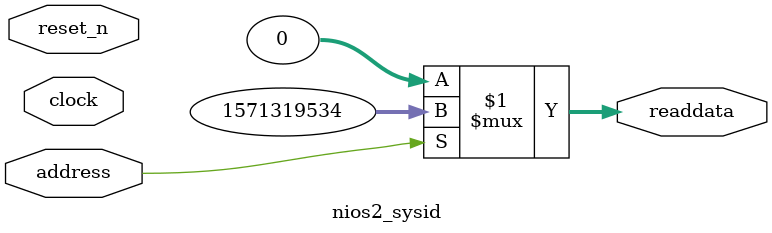
<source format=v>



// synthesis translate_off
`timescale 1ns / 1ps
// synthesis translate_on

// turn off superfluous verilog processor warnings 
// altera message_level Level1 
// altera message_off 10034 10035 10036 10037 10230 10240 10030 

module nios2_sysid (
               // inputs:
                address,
                clock,
                reset_n,

               // outputs:
                readdata
             )
;

  output  [ 31: 0] readdata;
  input            address;
  input            clock;
  input            reset_n;

  wire    [ 31: 0] readdata;
  //control_slave, which is an e_avalon_slave
  assign readdata = address ? 1571319534 : 0;

endmodule



</source>
